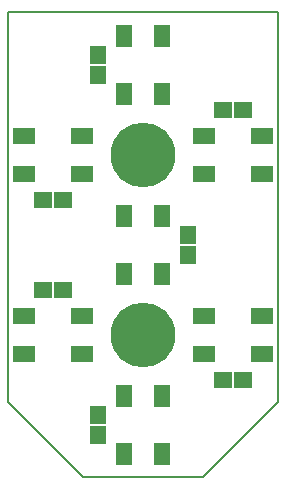
<source format=gts>
G04 #@! TF.FileFunction,Soldermask,Top*
%FSLAX46Y46*%
G04 Gerber Fmt 4.6, Leading zero omitted, Abs format (unit mm)*
G04 Created by KiCad (PCBNEW (2016-05-03 BZR 6266)-product) date Mon Jul 11 05:07:49 2016*
%MOMM*%
%LPD*%
G01*
G04 APERTURE LIST*
%ADD10C,0.350000*%
%ADD11C,0.150000*%
%ADD12R,1.900000X1.400000*%
%ADD13R,1.400000X1.900000*%
%ADD14C,5.480000*%
%ADD15R,1.400000X1.500000*%
%ADD16R,1.500000X1.400000*%
G04 APERTURE END LIST*
D10*
D11*
X152400000Y-85090000D02*
X152400000Y-118110000D01*
X129540000Y-85090000D02*
X152400000Y-85090000D01*
X129540000Y-118110000D02*
X129540000Y-85090000D01*
X146050000Y-124460000D02*
X135890000Y-124460000D01*
X152400000Y-118110000D02*
X146050000Y-124460000D01*
X129540000Y-118110000D02*
X135890000Y-124460000D01*
D12*
X151040000Y-110795000D03*
X146140000Y-110795000D03*
X146140000Y-113995000D03*
X151040000Y-113995000D03*
D13*
X142570000Y-122465000D03*
X142570000Y-117565000D03*
X139370000Y-117565000D03*
X139370000Y-122465000D03*
D12*
X130900000Y-113995000D03*
X135800000Y-113995000D03*
X135800000Y-110795000D03*
X130900000Y-110795000D03*
D14*
X140970000Y-112395000D03*
D13*
X139370000Y-102325000D03*
X139370000Y-107225000D03*
X142570000Y-107225000D03*
X142570000Y-102325000D03*
X142570000Y-91985000D03*
X142570000Y-87085000D03*
X139370000Y-87085000D03*
X139370000Y-91985000D03*
D14*
X140970000Y-97155000D03*
D12*
X146140000Y-98755000D03*
X151040000Y-98755000D03*
X151040000Y-95555000D03*
X146140000Y-95555000D03*
X135800000Y-95555000D03*
X130900000Y-95555000D03*
X130900000Y-98755000D03*
X135800000Y-98755000D03*
D15*
X137160000Y-90385000D03*
X137160000Y-88685000D03*
D16*
X147740000Y-93345000D03*
X149440000Y-93345000D03*
X149440000Y-116205000D03*
X147740000Y-116205000D03*
D15*
X137160000Y-120865000D03*
X137160000Y-119165000D03*
D16*
X132500000Y-108585000D03*
X134200000Y-108585000D03*
X134200000Y-100965000D03*
X132500000Y-100965000D03*
D15*
X144780000Y-103925000D03*
X144780000Y-105625000D03*
M02*

</source>
